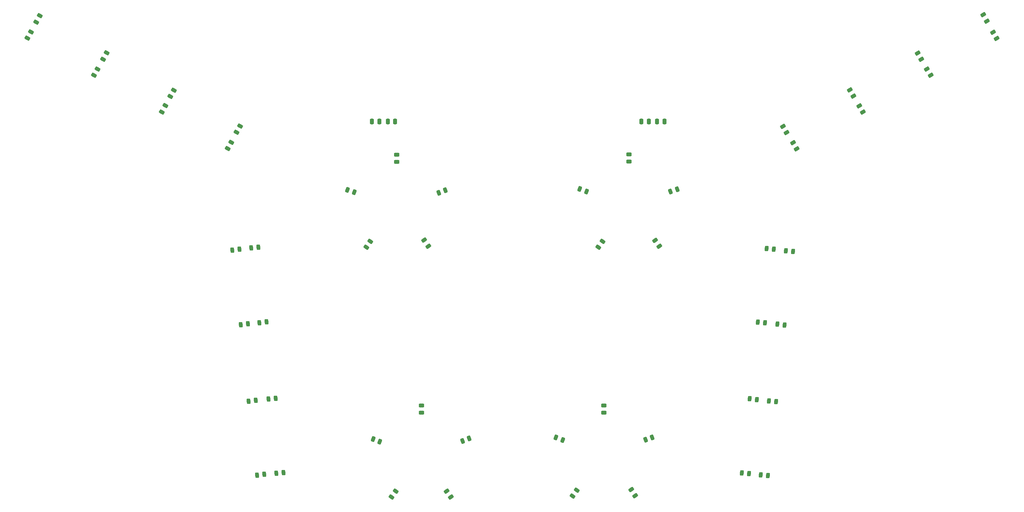
<source format=gbr>
%TF.GenerationSoftware,KiCad,Pcbnew,(6.0.1)*%
%TF.CreationDate,2022-11-23T14:03:38+01:00*%
%TF.ProjectId,992 GT3R PCB 2,39393220-4754-4335-9220-50434220322e,rev?*%
%TF.SameCoordinates,Original*%
%TF.FileFunction,Paste,Top*%
%TF.FilePolarity,Positive*%
%FSLAX46Y46*%
G04 Gerber Fmt 4.6, Leading zero omitted, Abs format (unit mm)*
G04 Created by KiCad (PCBNEW (6.0.1)) date 2022-11-23 14:03:38*
%MOMM*%
%LPD*%
G01*
G04 APERTURE LIST*
G04 Aperture macros list*
%AMRoundRect*
0 Rectangle with rounded corners*
0 $1 Rounding radius*
0 $2 $3 $4 $5 $6 $7 $8 $9 X,Y pos of 4 corners*
0 Add a 4 corners polygon primitive as box body*
4,1,4,$2,$3,$4,$5,$6,$7,$8,$9,$2,$3,0*
0 Add four circle primitives for the rounded corners*
1,1,$1+$1,$2,$3*
1,1,$1+$1,$4,$5*
1,1,$1+$1,$6,$7*
1,1,$1+$1,$8,$9*
0 Add four rect primitives between the rounded corners*
20,1,$1+$1,$2,$3,$4,$5,0*
20,1,$1+$1,$4,$5,$6,$7,0*
20,1,$1+$1,$6,$7,$8,$9,0*
20,1,$1+$1,$8,$9,$2,$3,0*%
G04 Aperture macros list end*
%ADD10RoundRect,0.243750X-0.513547X-0.062026X-0.233929X-0.461363X0.513547X0.062026X0.233929X0.461363X0*%
%ADD11RoundRect,0.243750X0.290853X0.427765X-0.193887X0.479569X-0.290853X-0.427765X0.193887X-0.479569X0*%
%ADD12RoundRect,0.243750X-0.193887X-0.479569X0.290853X-0.427765X0.193887X0.479569X-0.290853X0.427765X0*%
%ADD13RoundRect,0.243750X0.385097X0.345367X-0.073003X0.512102X-0.385097X-0.345367X0.073003X-0.512102X0*%
%ADD14RoundRect,0.243750X0.277072X-0.436817X0.517128X-0.012519X-0.277072X0.436817X-0.517128X0.012519X0*%
%ADD15RoundRect,0.243750X-0.073003X-0.512102X0.385097X-0.345367X0.073003X0.512102X-0.385097X0.345367X0*%
%ADD16RoundRect,0.250000X0.250000X0.475000X-0.250000X0.475000X-0.250000X-0.475000X0.250000X-0.475000X0*%
%ADD17RoundRect,0.243750X0.516936X0.018836X0.271714X0.440170X-0.516936X-0.018836X-0.271714X-0.440170X0*%
%ADD18RoundRect,0.243750X-0.233929X0.461363X-0.513547X0.062026X0.233929X-0.461363X0.513547X-0.062026X0*%
%ADD19RoundRect,0.243750X0.456250X-0.243750X0.456250X0.243750X-0.456250X0.243750X-0.456250X-0.243750X0*%
%ADD20RoundRect,0.250000X-0.250000X-0.475000X0.250000X-0.475000X0.250000X0.475000X-0.250000X0.475000X0*%
G04 APERTURE END LIST*
D10*
%TO.C,D33*%
X131242272Y58547955D03*
X132317728Y57012045D03*
%TD*%
D11*
%TO.C,D18*%
X214674692Y62530377D03*
X212810308Y62729623D03*
%TD*%
D12*
%TO.C,D11*%
X77798325Y101803114D03*
X79662709Y102002360D03*
%TD*%
D13*
%TO.C,D48*%
X107255000Y136213712D03*
X105493076Y136855000D03*
%TD*%
D12*
%TO.C,D14*%
X84987808Y82460377D03*
X86852192Y82659623D03*
%TD*%
D14*
%TO.C,D4*%
X42088353Y170804042D03*
X43011647Y172435958D03*
%TD*%
D15*
%TO.C,D46*%
X189324038Y136359356D03*
X191085962Y137000644D03*
%TD*%
D12*
%TO.C,D15*%
X82047808Y62680377D03*
X83912192Y62879623D03*
%TD*%
D16*
%TO.C,C2*%
X183705000Y154630000D03*
X181805000Y154630000D03*
%TD*%
D15*
%TO.C,D34*%
X135349038Y71559356D03*
X137110962Y72200644D03*
%TD*%
D17*
%TO.C,D30*%
X256841581Y166639742D03*
X255898419Y168260258D03*
%TD*%
%TO.C,D29*%
X254448503Y170731917D03*
X253505341Y172352433D03*
%TD*%
D18*
%TO.C,D49*%
X111467728Y123472955D03*
X110392272Y121937045D03*
%TD*%
D15*
%TO.C,D39*%
X182849038Y71859356D03*
X184610962Y72500644D03*
%TD*%
D14*
%TO.C,D6*%
X59561436Y161136180D03*
X60484730Y162768096D03*
%TD*%
D17*
%TO.C,D28*%
X239281581Y157039742D03*
X238338419Y158660258D03*
%TD*%
D19*
%TO.C,D35*%
X124705000Y78905000D03*
X124705000Y80780000D03*
%TD*%
D14*
%TO.C,D5*%
X57316706Y157078084D03*
X58240000Y158710000D03*
%TD*%
D12*
%TO.C,D13*%
X79867808Y81910377D03*
X81732192Y82109623D03*
%TD*%
D10*
%TO.C,D38*%
X179117272Y58897955D03*
X180192728Y57362045D03*
%TD*%
D14*
%TO.C,D2*%
X24768353Y180464042D03*
X25691647Y182095958D03*
%TD*%
D18*
%TO.C,D44*%
X171705456Y123465910D03*
X170630000Y121930000D03*
%TD*%
D11*
%TO.C,D24*%
X221192192Y120780377D03*
X219327808Y120979623D03*
%TD*%
D14*
%TO.C,D3*%
X39706706Y166618084D03*
X40630000Y168250000D03*
%TD*%
D12*
%TO.C,D16*%
X87037808Y63150377D03*
X88902192Y63349623D03*
%TD*%
D17*
%TO.C,D27*%
X236791581Y161199742D03*
X235848419Y162820258D03*
%TD*%
D10*
%TO.C,D45*%
X185380000Y123730000D03*
X186455456Y122194090D03*
%TD*%
D19*
%TO.C,D47*%
X178530000Y144155000D03*
X178530000Y146030000D03*
%TD*%
D14*
%TO.C,D1*%
X22418353Y176264042D03*
X23341647Y177895958D03*
%TD*%
D12*
%TO.C,D9*%
X75575616Y121180754D03*
X77440000Y121380000D03*
%TD*%
D17*
%TO.C,D25*%
X219451581Y151719742D03*
X218508419Y153340258D03*
%TD*%
D10*
%TO.C,D50*%
X125417272Y123747955D03*
X126492728Y122212045D03*
%TD*%
D15*
%TO.C,D51*%
X129174038Y136084356D03*
X130935962Y136725644D03*
%TD*%
D11*
%TO.C,D20*%
X216772192Y81770377D03*
X214907808Y81969623D03*
%TD*%
D13*
%TO.C,D43*%
X167535962Y136409356D03*
X165774038Y137050644D03*
%TD*%
D14*
%TO.C,D8*%
X76708862Y151816775D03*
X77632156Y153448691D03*
%TD*%
D20*
%TO.C,C4*%
X185855000Y154630000D03*
X187755000Y154630000D03*
%TD*%
D19*
%TO.C,D40*%
X172055000Y78905000D03*
X172055000Y80780000D03*
%TD*%
D12*
%TO.C,D10*%
X80517808Y121710377D03*
X82382192Y121909623D03*
%TD*%
D18*
%TO.C,D42*%
X165005228Y58795732D03*
X163929772Y57259822D03*
%TD*%
%TO.C,D37*%
X118005000Y58497955D03*
X116929544Y56962045D03*
%TD*%
D20*
%TO.C,C3*%
X115980000Y154630000D03*
X117880000Y154630000D03*
%TD*%
D11*
%TO.C,D17*%
X209730000Y63040000D03*
X207865616Y63239246D03*
%TD*%
D17*
%TO.C,D31*%
X271451581Y180719742D03*
X270508419Y182340258D03*
%TD*%
D11*
%TO.C,D23*%
X216132192Y121380377D03*
X214267808Y121579623D03*
%TD*%
%TO.C,D19*%
X211722192Y82310377D03*
X209857808Y82509623D03*
%TD*%
D13*
%TO.C,D36*%
X113910962Y71409356D03*
X112149038Y72050644D03*
%TD*%
%TO.C,D41*%
X161360962Y71809356D03*
X159599038Y72450644D03*
%TD*%
D14*
%TO.C,D7*%
X74458353Y147564042D03*
X75381647Y149195958D03*
%TD*%
D19*
%TO.C,D52*%
X118255000Y144105000D03*
X118255000Y145980000D03*
%TD*%
D12*
%TO.C,D12*%
X82677808Y102320377D03*
X84542192Y102519623D03*
%TD*%
D17*
%TO.C,D26*%
X222061581Y147459742D03*
X221118419Y149080258D03*
%TD*%
D16*
%TO.C,C1*%
X113755000Y154630000D03*
X111855000Y154630000D03*
%TD*%
D11*
%TO.C,D21*%
X213912192Y102250377D03*
X212047808Y102449623D03*
%TD*%
%TO.C,D22*%
X218912192Y101700377D03*
X217047808Y101899623D03*
%TD*%
D17*
%TO.C,D32*%
X273996003Y176211917D03*
X273052841Y177832433D03*
%TD*%
M02*

</source>
